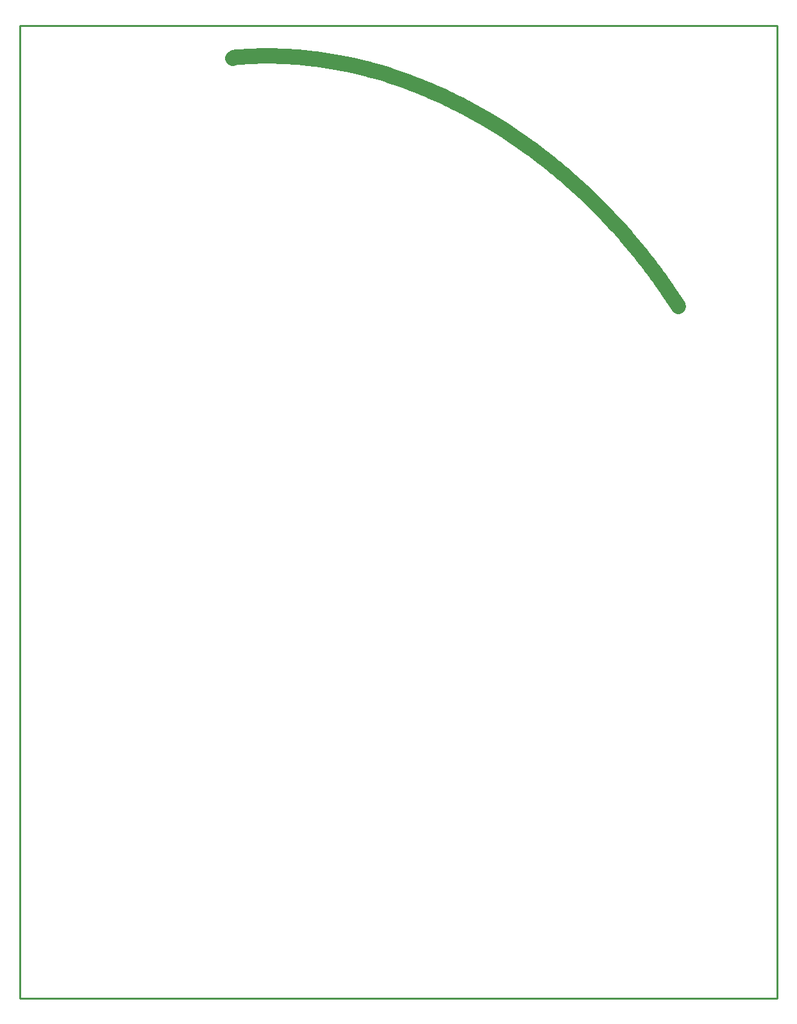
<source format=gko>
G04*
G04 #@! TF.GenerationSoftware,Altium Limited,Altium Designer,21.7.2 (23)*
G04*
G04 Layer_Color=16711935*
%FSLAX25Y25*%
%MOIN*%
G70*
G04*
G04 #@! TF.SameCoordinates,560326E4-0408-43C8-B7F1-86A7F47A34FC*
G04*
G04*
G04 #@! TF.FilePolarity,Positive*
G04*
G01*
G75*
%ADD13C,0.01000*%
%ADD131C,0.07874*%
D13*
X393701D01*
X0Y505905D02*
X393701D01*
Y0D02*
Y505905D01*
X0Y0D02*
Y505905D01*
D131*
X111970Y489335D02*
X110649Y488981D01*
X130296Y490059D02*
X129354Y490064D01*
X128413Y490065D01*
X127471Y490061D01*
X126530Y490053D01*
X125588Y490039D01*
X124647Y490022D01*
X123706Y490000D01*
X122765Y489973D01*
X146693Y489243D02*
X145699Y489331D01*
X144705Y489415D01*
X143710Y489493D01*
X142715Y489566D01*
X141719Y489635D01*
X171323Y485474D02*
X171291Y485481D01*
X188548Y481034D02*
X188488Y481052D01*
X207412Y474450D02*
X207363Y474470D01*
X226400Y465952D02*
X226350Y465976D01*
X239124Y459161D02*
X239070Y459191D01*
X245970Y455126D02*
X245921Y455156D01*
X332842Y373854D02*
X332836Y373862D01*
X272801Y436542D02*
X271940Y437211D01*
X271077Y437877D01*
X270211Y438541D01*
X269342Y439200D01*
X268472Y439857D01*
X287909Y423913D02*
X287130Y424607D01*
X286349Y425297D01*
X285565Y425985D01*
X284779Y426671D01*
X283991Y427353D01*
X283201Y428033D01*
X282407Y428710D01*
X111970Y489335D02*
X110647Y488980D01*
X141719Y489635D02*
X141710Y489635D01*
X171323Y485474D02*
X171282Y485483D01*
X174793Y484699D02*
X174730Y484714D01*
X181699Y482978D02*
X181635Y482995D01*
X191951Y479981D02*
X191891Y479999D01*
X195338Y478874D02*
X195283Y478892D01*
X213371Y471988D02*
X213321Y472010D01*
X229609Y464324D02*
X229560Y464349D01*
X242560Y457170D02*
X242508Y457201D01*
X242558Y457171D02*
X242503Y457203D01*
X249358Y453028D02*
X249307Y453059D01*
X277368Y432902D02*
X277361Y432908D01*
X141710Y489635D02*
X140643Y489703D01*
X139576Y489765D01*
X138509Y489821D01*
X137441Y489871D01*
X136373Y489916D01*
X171282Y485483D02*
X170328Y485685D01*
X169373Y485883D01*
X168417Y486077D01*
X167460Y486266D01*
X178251Y483867D02*
X178189Y483883D01*
X178251Y483867D02*
X178189Y483883D01*
X198378Y477830D02*
X198324Y477849D01*
X223171Y467533D02*
X223118Y467558D01*
X226403Y465950D02*
X226350Y465976D01*
X341565Y360997D02*
X341560Y361004D01*
X341030Y361827D01*
X340498Y362649D01*
X339963Y363468D01*
X339425Y364286D01*
X338884Y365102D01*
X338341Y365916D01*
X337795Y366729D01*
X253019Y450682D02*
X252968Y450716D01*
X268464Y439862D02*
X267649Y440473D01*
X266831Y441080D01*
X266011Y441684D01*
X265189Y442286D01*
X264365Y442885D01*
X141719Y489635D02*
X141710Y489635D01*
X167460Y486266D02*
X166500Y486451D01*
X165539Y486632D01*
X164577Y486808D01*
X163615Y486980D01*
X171291Y485481D02*
X171282Y485483D01*
X185129Y482034D02*
X185066Y482052D01*
X195338Y478874D02*
X195283Y478892D01*
X204413Y475619D02*
X204358Y475640D01*
X207412Y474450D02*
X207363Y474470D01*
X216656Y470552D02*
X216604Y470575D01*
X229609Y464324D02*
X229557Y464351D01*
X239119Y459163D02*
X239070Y459191D01*
X249358Y453028D02*
X249307Y453059D01*
X268472Y439857D02*
X268464Y439862D01*
X282407Y428710D02*
X281693Y429316D01*
X280977Y429919D01*
X280259Y430520D01*
X279539Y431119D01*
X278817Y431716D01*
X278093Y432310D01*
X277368Y432902D01*
X130305Y490059D02*
X130296Y490059D01*
X146702Y489242D02*
X146693Y489243D01*
X174793Y484699D02*
X174730Y484714D01*
X201401Y476746D02*
X201348Y476765D01*
X213375Y471987D02*
X213321Y472010D01*
X232799Y462649D02*
X232751Y462675D01*
X245970Y455126D02*
X245919Y455157D01*
X342327Y359803D02*
X341560Y361004D01*
X337795Y366729D02*
X337255Y367527D01*
X336712Y368324D01*
X336167Y369120D01*
X335619Y369913D01*
X335069Y370705D01*
X334516Y371495D01*
X333960Y372283D01*
X333402Y373070D01*
X332842Y373854D01*
X264365Y442885D02*
X264333Y442908D01*
X277368Y432902D02*
X277361Y432908D01*
X151297Y488769D02*
X150379Y488872D01*
X149461Y488971D01*
X148542Y489066D01*
X147622Y489156D01*
X146702Y489242D01*
X163615Y486980D02*
X162652Y487147D01*
X161687Y487310D01*
X160722Y487468D01*
X159757Y487622D01*
X185129Y482034D02*
X185068Y482051D01*
X188547Y481035D02*
X188488Y481052D01*
X198376Y477831D02*
X198324Y477849D01*
X210397Y473240D02*
X210349Y473260D01*
X232802Y462648D02*
X232751Y462675D01*
X256650Y448276D02*
X256597Y448311D01*
X332836Y373862D02*
X332251Y374676D01*
X331663Y375488D01*
X331072Y376298D01*
X330478Y377106D01*
X329882Y377912D01*
X329283Y378717D01*
X328682Y379519D01*
X328078Y380319D01*
X327471Y381118D01*
X326862Y381914D01*
X326251Y382709D01*
X325636Y383501D01*
X325019Y384291D01*
X324400Y385080D01*
X323778Y385866D01*
X323153Y386650D01*
X322526Y387433D01*
X321896Y388213D01*
X321264Y388991D01*
X320629Y389767D01*
X319992Y390542D01*
X319352Y391314D01*
X318710Y392083D01*
X318065Y392851D01*
X317418Y393617D01*
X316768Y394381D01*
X316116Y395142D01*
X315461Y395901D01*
X314804Y396659D01*
X314144Y397414D01*
X313482Y398167D01*
X312818Y398918D01*
X312151Y399666D01*
X311481Y400413D01*
X310809Y401157D01*
X310135Y401899D01*
X309458Y402639D01*
X308779Y403376D01*
X308098Y404112D01*
X307414Y404845D01*
X306728Y405576D01*
X306039Y406305D01*
X305348Y407031D01*
X304655Y407756D01*
X303959Y408477D01*
X277361Y432908D02*
X276606Y433520D01*
X275849Y434129D01*
X275090Y434736D01*
X274329Y435340D01*
X273566Y435942D01*
X272801Y436542D01*
X122765Y489973D02*
X121782Y489940D01*
X120800Y489902D01*
X119817Y489859D01*
X118835Y489811D01*
X117853Y489758D01*
X116872Y489700D01*
X115891Y489637D01*
X114910Y489569D01*
X113929Y489496D01*
X112949Y489418D01*
X111970Y489335D01*
X130305Y490059D02*
X130296Y490059D01*
X146702Y489242D02*
X146693Y489243D01*
X159757Y487622D02*
X158702Y487785D01*
X157647Y487942D01*
X156591Y488094D01*
X155534Y488240D01*
X181697Y482979D02*
X181635Y482995D01*
X204413Y475619D02*
X204363Y475638D01*
X210397Y473240D02*
X210349Y473260D01*
X219922Y469067D02*
X219871Y469090D01*
X219924Y469066D02*
X219871Y469090D01*
X235968Y460930D02*
X235921Y460956D01*
X253019Y450682D02*
X252968Y450716D01*
X332841Y373855D02*
X332836Y373862D01*
X260543Y445603D02*
X260487Y445642D01*
X136373Y489916D02*
X135362Y489953D01*
X134351Y489985D01*
X133340Y490011D01*
X132328Y490032D01*
X131316Y490048D01*
X130305Y490059D01*
X155534Y488240D02*
X154476Y488380D01*
X153417Y488516D01*
X152358Y488645D01*
X151297Y488769D01*
X191951Y479981D02*
X191893Y479999D01*
X201406Y476744D02*
X201350Y476764D01*
X216656Y470552D02*
X216600Y470577D01*
X223171Y467533D02*
X223120Y467557D01*
X235968Y460930D02*
X235918Y460957D01*
X256651Y448274D02*
X256597Y448311D01*
X260541Y445604D02*
X260485Y445643D01*
X268472Y439857D02*
X268464Y439862D01*
X303959Y408478D02*
X303255Y409203D01*
X302548Y409927D01*
X301840Y410648D01*
X301129Y411367D01*
X300415Y412084D01*
X299699Y412798D01*
X298981Y413509D01*
X298260Y414219D01*
X297537Y414926D01*
X296812Y415630D01*
X296084Y416333D01*
X295355Y417032D01*
X294622Y417730D01*
X294622Y417730D02*
X293886Y418427D01*
X293147Y419121D01*
X292405Y419813D01*
X291662Y420503D01*
X290915Y421190D01*
X290167Y421875D01*
X289417Y422557D01*
X288664Y423236D01*
X287909Y423913D01*
X191891Y479999D02*
X191893Y479999D01*
X201406Y476744D02*
X204358Y475640D01*
X216600Y470577D02*
X216604Y470575D01*
X229609Y464324D02*
X232751Y462675D01*
X242503Y457203D02*
X242508Y457201D01*
X253019Y450682D02*
X256597Y448311D01*
X260485Y445643D02*
X260487Y445642D01*
X178251Y483867D02*
X181635Y482995D01*
X188548Y481034D02*
X191891Y479999D01*
X195338Y478874D02*
X198324Y477849D01*
X213375Y471987D02*
X216600Y470577D01*
X223118Y467558D02*
X223120Y467557D01*
X171323Y485474D02*
X174730Y484714D01*
X201401Y476746D02*
X201406Y476744D01*
X213371Y471988D02*
X213375Y471987D01*
X219924Y469066D02*
X223118Y467558D01*
X239124Y459161D02*
X242503Y457203D01*
X245970Y455126D02*
X249307Y453059D01*
X256651Y448274D02*
X260485Y445643D01*
X174793Y484699D02*
X178189Y483883D01*
X188547Y481035D02*
X188548Y481034D01*
X201348Y476765D02*
X201350Y476764D01*
X204413Y475619D02*
X207363Y474470D01*
X219922Y469067D02*
X219924Y469066D01*
X239119Y459163D02*
X239124Y459161D01*
X245919Y455157D02*
X245921Y455156D01*
X256650Y448276D02*
X256651Y448274D01*
X185066Y482052D02*
X185068Y482051D01*
X198378Y477830D02*
X201348Y476765D01*
X207412Y474450D02*
X210349Y473260D01*
X229557Y464351D02*
X229560Y464349D01*
X235918Y460957D02*
X235921Y460956D01*
X264333Y442908D02*
X264338Y442904D01*
X110647Y488980D02*
X110649Y488981D01*
X185129Y482034D02*
X188488Y481052D01*
X198376Y477831D02*
X198378Y477830D01*
X226403Y465950D02*
X229557Y464351D01*
X223171Y467533D02*
X226350Y465976D01*
X242560Y457170D02*
X245919Y455157D01*
X260543Y445603D02*
X264333Y442908D01*
X181699Y482978D02*
X185066Y482052D01*
X210397Y473240D02*
X213321Y472010D01*
X216656Y470552D02*
X219871Y469090D01*
X226400Y465952D02*
X226403Y465950D01*
X232802Y462648D02*
X235918Y460957D01*
X242558Y457171D02*
X242560Y457170D01*
X181697Y482979D02*
X181699Y482978D01*
X191951Y479981D02*
X195283Y478892D01*
X204358Y475640D02*
X204363Y475638D01*
X232799Y462649D02*
X232802Y462648D01*
X235968Y460930D02*
X239070Y459191D01*
X249358Y453028D02*
X252968Y450716D01*
X260541Y445604D02*
X260543Y445603D01*
M02*

</source>
